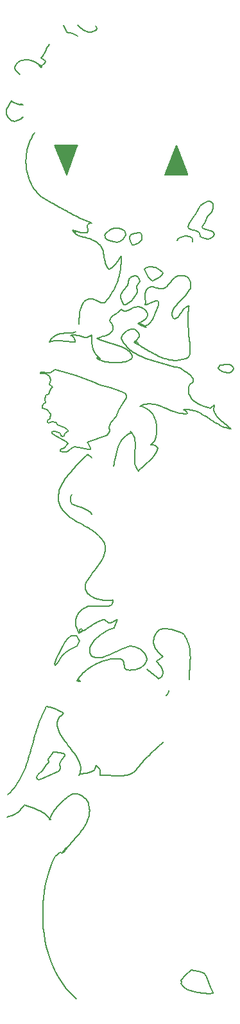
<source format=gbr>
%TF.GenerationSoftware,KiCad,Pcbnew,7.0.2-0*%
%TF.CreationDate,2023-06-28T16:36:39-04:00*%
%TF.ProjectId,Escanaba Euclidean Panel,45736361-6e61-4626-9120-4575636c6964,rev?*%
%TF.SameCoordinates,Original*%
%TF.FileFunction,Soldermask,Top*%
%TF.FilePolarity,Negative*%
%FSLAX46Y46*%
G04 Gerber Fmt 4.6, Leading zero omitted, Abs format (unit mm)*
G04 Created by KiCad (PCBNEW 7.0.2-0) date 2023-06-28 16:36:39*
%MOMM*%
%LPD*%
G01*
G04 APERTURE LIST*
%ADD10C,0.200000*%
%ADD11C,0.150000*%
G04 APERTURE END LIST*
D10*
X100852137Y-70073415D02*
X100895238Y-69810826D01*
X100897111Y-69584872D01*
X100885179Y-69342349D01*
X100870508Y-69090723D01*
X100864167Y-68837462D01*
X100877221Y-68590035D01*
X100920738Y-68355909D01*
X101005785Y-68142552D01*
X101143429Y-67957431D01*
X101344737Y-67808014D01*
X101427901Y-67767434D01*
X93269955Y-89780549D02*
X93057370Y-89987099D01*
X92839568Y-90198512D01*
X92617878Y-90414548D01*
X92393631Y-90634967D01*
X92168155Y-90859531D01*
X91942782Y-91088001D01*
X91718841Y-91320136D01*
X91497663Y-91555699D01*
X91280577Y-91794450D01*
X91068914Y-92036151D01*
X90864003Y-92280561D01*
X90667174Y-92527442D01*
X90479758Y-92776554D01*
X90303085Y-93027659D01*
X90138484Y-93280518D01*
X89987287Y-93534891D01*
X89850821Y-93790539D01*
X89730419Y-94047223D01*
X89627409Y-94304705D01*
X89543122Y-94562744D01*
X89478888Y-94821102D01*
X89436037Y-95079540D01*
X89415899Y-95337818D01*
X89419804Y-95595698D01*
X89449082Y-95852941D01*
X89505063Y-96109306D01*
X89589077Y-96364556D01*
X89702454Y-96618450D01*
X89846524Y-96870751D01*
X90022618Y-97121219D01*
X90232064Y-97369614D01*
X90476195Y-97615698D01*
X106680000Y-70192678D02*
X106638052Y-70407323D01*
X106603569Y-70622023D01*
X106575996Y-70836781D01*
X106554780Y-71051601D01*
X106539366Y-71266490D01*
X106529200Y-71481450D01*
X106523728Y-71696488D01*
X106522396Y-71911607D01*
X106524651Y-72126813D01*
X106529937Y-72342109D01*
X106537701Y-72557501D01*
X106547389Y-72772994D01*
X106558447Y-72988591D01*
X106570320Y-73204299D01*
X106582456Y-73420120D01*
X106594299Y-73636061D01*
X110032512Y-83251259D02*
X109952990Y-83491866D01*
X109923378Y-83725253D01*
X109939047Y-83951727D01*
X109995368Y-84171600D01*
X110087710Y-84385180D01*
X110211444Y-84592778D01*
X110361941Y-84794703D01*
X110534571Y-84991266D01*
X110724705Y-85182775D01*
X110927713Y-85369540D01*
X111138966Y-85551872D01*
X111353834Y-85730080D01*
X111567687Y-85904474D01*
X111775897Y-86075363D01*
X111973833Y-86243058D01*
X112156867Y-86407868D01*
X88258013Y-80512638D02*
X88420327Y-79953019D01*
X108152630Y-56999707D02*
X107577223Y-58095565D01*
X109135566Y-56397687D02*
X108607991Y-56685424D01*
X90554969Y-89407324D02*
X89985187Y-89473103D01*
X92152451Y-132003295D02*
X92261706Y-131747696D01*
X92327488Y-131490717D01*
X92353023Y-131232507D01*
X92341534Y-130973218D01*
X92296248Y-130712999D01*
X92220389Y-130452001D01*
X92117184Y-130190375D01*
X91989856Y-129928271D01*
X91841631Y-129665840D01*
X91675734Y-129403231D01*
X91495391Y-129140597D01*
X91303827Y-128878086D01*
X91104267Y-128615849D01*
X90899935Y-128354037D01*
X90694058Y-128092801D01*
X90489860Y-127832291D01*
X90290567Y-127572657D01*
X90099404Y-127314050D01*
X89919595Y-127056619D01*
X89754367Y-126800517D01*
X89606944Y-126545893D01*
X89480552Y-126292898D01*
X89378415Y-126041681D01*
X89303759Y-125792395D01*
X89259809Y-125545188D01*
X89249791Y-125300212D01*
X89276929Y-125057617D01*
X89344448Y-124817553D01*
X89455575Y-124580172D01*
X89613533Y-124345623D01*
X89821549Y-124114056D01*
X90082847Y-123885624D01*
X89700546Y-131066207D02*
X89612031Y-130483193D01*
X97723207Y-63594612D02*
X97723075Y-63804887D01*
X97719473Y-64014692D01*
X97712300Y-64223960D01*
X97701457Y-64432624D01*
X97686845Y-64640616D01*
X97668364Y-64847870D01*
X97645916Y-65054318D01*
X97619401Y-65259893D01*
X97588720Y-65464529D01*
X97553774Y-65668157D01*
X97514463Y-65870712D01*
X97470688Y-66072125D01*
X97422350Y-66272330D01*
X97369350Y-66471260D01*
X97311589Y-66668847D01*
X97248966Y-66865024D01*
X97181384Y-67059725D01*
X97108742Y-67252882D01*
X97030942Y-67444428D01*
X96947884Y-67634296D01*
X96859469Y-67822418D01*
X96765598Y-68008729D01*
X96666171Y-68193160D01*
X96561090Y-68375644D01*
X96450255Y-68556115D01*
X96333566Y-68734505D01*
X96210926Y-68910747D01*
X96082233Y-69084774D01*
X95947390Y-69256519D01*
X95806296Y-69425915D01*
X95658853Y-69592895D01*
X95504962Y-69757392D01*
X105640728Y-159288333D02*
X105610726Y-159483736D01*
X98010472Y-68202993D02*
X97635507Y-68822055D01*
X93269955Y-109803707D02*
X93060968Y-109895418D01*
X92855256Y-110006897D01*
X92656091Y-110137504D01*
X92466749Y-110286602D01*
X92290502Y-110453554D01*
X92130624Y-110637721D01*
X91990391Y-110838467D01*
X91873075Y-111055154D01*
X91781950Y-111287143D01*
X91720291Y-111533798D01*
X91691371Y-111794481D01*
X91698465Y-112068554D01*
X91744845Y-112355379D01*
X91833787Y-112654320D01*
X91968564Y-112964737D01*
X92152451Y-113285995D01*
X97431831Y-81407739D02*
X97865266Y-81567067D01*
X99560694Y-66226879D02*
X99169466Y-66289510D01*
X87830362Y-130653966D02*
X87280910Y-131415332D01*
X95504962Y-101533272D02*
X95584218Y-101854848D01*
X95615184Y-102167497D01*
X95601952Y-102472495D01*
X95548614Y-102771116D01*
X95459263Y-103064637D01*
X95337991Y-103354331D01*
X95188890Y-103641476D01*
X95016054Y-103927345D01*
X94823573Y-104213214D01*
X94615542Y-104500358D01*
X94396052Y-104790053D01*
X94169195Y-105083573D01*
X93939065Y-105382195D01*
X93709753Y-105687193D01*
X93485352Y-105999842D01*
X93269955Y-106321419D01*
X92175890Y-114292520D02*
X92009486Y-114713022D01*
X87892140Y-83887428D02*
X87314227Y-83674991D01*
X87134848Y-132531402D02*
X88615351Y-131837057D01*
X94340133Y-33276391D02*
X94450581Y-33443417D01*
X94479162Y-33677234D01*
X94370023Y-33879274D01*
X94195614Y-34013862D01*
X93963938Y-34109610D01*
X93749085Y-34153120D01*
X93634892Y-34162504D01*
X101282310Y-66446894D02*
X101651662Y-66857892D01*
X89612031Y-130483193D02*
X89812472Y-130006396D01*
X90666759Y-88347836D02*
X90628583Y-88264996D01*
X94946210Y-77157254D02*
X94729763Y-77146883D01*
X94529268Y-77105010D01*
X94516656Y-77033417D01*
X98890729Y-61645734D02*
X99119633Y-62142742D01*
X105835594Y-159841634D02*
X106056371Y-160060416D01*
X104589062Y-84107076D02*
X104345054Y-84008507D01*
X104090638Y-83901408D01*
X103827127Y-83789243D01*
X103555834Y-83675477D01*
X103278072Y-83563578D01*
X102995153Y-83457010D01*
X102708391Y-83359239D01*
X102419099Y-83273730D01*
X102128590Y-83203950D01*
X101838176Y-83153365D01*
X101549170Y-83125439D01*
X101262886Y-83123639D01*
X100980637Y-83151431D01*
X100703735Y-83212279D01*
X100433493Y-83309650D01*
X100171225Y-83447010D01*
X89653963Y-89144927D02*
X90147304Y-88913809D01*
X99872487Y-68336981D02*
X99779931Y-67614867D01*
X91273659Y-60221952D02*
X91454515Y-60318802D01*
X91638552Y-60420415D01*
X91711516Y-60462388D01*
X93828706Y-61486957D02*
X94028586Y-61571083D01*
X94209846Y-61660072D01*
X94520598Y-61851679D01*
X94769144Y-62059863D01*
X94963671Y-62282714D01*
X95112362Y-62518317D01*
X95223403Y-62764759D01*
X95304978Y-63020128D01*
X95365274Y-63282511D01*
X95412473Y-63549995D01*
X95454761Y-63820668D01*
X95500323Y-64092615D01*
X95557345Y-64363925D01*
X95634009Y-64632684D01*
X95738502Y-64896980D01*
X95879009Y-65154900D01*
X96063714Y-65404531D01*
X109295094Y-160838086D02*
X109792618Y-160745734D01*
X96398965Y-71714438D02*
X96564585Y-71538053D01*
X96731711Y-71412766D01*
X96918104Y-71294481D01*
X97113134Y-71176679D01*
X97306171Y-71052842D01*
X97486586Y-70916453D01*
X97643750Y-70760994D01*
X97739970Y-70627964D01*
X87123684Y-55828239D02*
X87333215Y-55950649D01*
X87542747Y-56072981D01*
X87752279Y-56195152D01*
X87961811Y-56317085D01*
X88171343Y-56438699D01*
X88380875Y-56559914D01*
X88590407Y-56680651D01*
X88799939Y-56800831D01*
X89009471Y-56920372D01*
X89219003Y-57039197D01*
X89428535Y-57157224D01*
X89638067Y-57274374D01*
X89847599Y-57390568D01*
X90057131Y-57505726D01*
X90266663Y-57619768D01*
X90476195Y-57732615D01*
X90685726Y-57844186D01*
X90895258Y-57954402D01*
X91104790Y-58063184D01*
X91314322Y-58170451D01*
X91523854Y-58276124D01*
X91733386Y-58380124D01*
X91942918Y-58482370D01*
X92152450Y-58582783D01*
X92361982Y-58681283D01*
X92571514Y-58777790D01*
X92781046Y-58872225D01*
X92990578Y-58964508D01*
X93200110Y-59054560D01*
X93409642Y-59142300D01*
X93619174Y-59227648D01*
X93828706Y-59310527D01*
X98598100Y-67524467D02*
X98010472Y-68202993D01*
X92061408Y-114044017D02*
X92175890Y-114292520D01*
X108979205Y-158588877D02*
X108754337Y-158230979D01*
X88906546Y-117356934D02*
X89171132Y-116628466D01*
X108092014Y-61037185D02*
X108274620Y-61173116D01*
X96059562Y-87027357D02*
X95850951Y-87225900D01*
X97413368Y-60001665D02*
X96805398Y-59984623D01*
X100594003Y-70537861D02*
X100775420Y-70678764D01*
X100920458Y-70821585D01*
X101072893Y-71037308D01*
X101151419Y-71251932D01*
X101160807Y-71462212D01*
X101105824Y-71664899D01*
X100991238Y-71856746D01*
X100821819Y-72034506D01*
X100602334Y-72194930D01*
X100337553Y-72334772D01*
X100138222Y-72414962D01*
X99922292Y-72483599D01*
X88420327Y-79953019D02*
X88191424Y-79456012D01*
X98029230Y-70067740D02*
X98314145Y-70034859D01*
X95850951Y-87225900D02*
X93269002Y-88134643D01*
X90225615Y-129470174D02*
X90255623Y-129274762D01*
X90056086Y-33235261D02*
X90213847Y-33512757D01*
X90333428Y-33732070D01*
X90456605Y-33967371D01*
X90552896Y-34143274D01*
X90760130Y-34238109D01*
X90977666Y-34276360D01*
X91240741Y-34352830D01*
X91476904Y-34439785D01*
X91769901Y-34563745D01*
X91939912Y-34641806D01*
X86556886Y-132318946D02*
X86599153Y-132540904D01*
X94387458Y-130697436D02*
X94368496Y-130922518D01*
X94275342Y-131191994D01*
X94116812Y-131391173D01*
X93906718Y-131532965D01*
X93658870Y-131630283D01*
X93387083Y-131696038D01*
X93105166Y-131743143D01*
X92826933Y-131784509D01*
X92566194Y-131833048D01*
X92336763Y-131901673D01*
X92152451Y-132003295D01*
X91908798Y-113712692D02*
X92061408Y-114044017D01*
X109103362Y-61408950D02*
X109494628Y-61346356D01*
X94002381Y-80215902D02*
X94907428Y-80617398D01*
X112567229Y-78439241D02*
X112418661Y-78247015D01*
X89118695Y-85508063D02*
X88544812Y-85434744D01*
X105242996Y-61366062D02*
X105106649Y-61591168D01*
X88589537Y-86964979D02*
X88585495Y-86825880D01*
X95812759Y-61477586D02*
X96318458Y-61663478D01*
X89343557Y-85865971D02*
X89118695Y-85508063D01*
X98298722Y-118074141D02*
X98156851Y-117875201D01*
X98106651Y-117625252D01*
X98089769Y-117422726D01*
X98059997Y-117221635D01*
X97952503Y-116978061D01*
X97785225Y-116830531D01*
X97512977Y-116727474D01*
X97259519Y-116689855D01*
X96938946Y-116681565D01*
X96543073Y-116706433D01*
X96314340Y-116732496D01*
X96063714Y-116768283D01*
X97739970Y-70627964D02*
X97881723Y-70785601D01*
X98100450Y-70909174D01*
X98327580Y-70922911D01*
X98564338Y-70855637D01*
X98811946Y-70736179D01*
X99071630Y-70593364D01*
X99252065Y-70499413D01*
X99438773Y-70416434D01*
X99632117Y-70352969D01*
X99832459Y-70317558D01*
X100040162Y-70318742D01*
X100255588Y-70365063D01*
X100479101Y-70465063D01*
X100594003Y-70537861D01*
X100171225Y-83447010D02*
X100384504Y-83470177D01*
X100587318Y-83513748D01*
X100779636Y-83576546D01*
X101132657Y-83755118D01*
X101443318Y-83996484D01*
X101711372Y-84291235D01*
X101829344Y-84455690D01*
X101936571Y-84629963D01*
X102033021Y-84812877D01*
X102118665Y-85003257D01*
X102193470Y-85199927D01*
X102257406Y-85401710D01*
X102310441Y-85607430D01*
X102352546Y-85815911D01*
X102383687Y-86025977D01*
X102403836Y-86236452D01*
X102412960Y-86446160D01*
X102411028Y-86653924D01*
X102398010Y-86858569D01*
X102373874Y-87058918D01*
X102292125Y-87442024D01*
X102165533Y-87793834D01*
X101993849Y-88104939D01*
X101776825Y-88365929D01*
X101651233Y-88474691D01*
X102287392Y-70952294D02*
X102378182Y-70735118D01*
X102460674Y-70539415D01*
X102542189Y-70322088D01*
X102606828Y-70099521D01*
X102638692Y-69888098D01*
X102608213Y-69664447D01*
X102470629Y-69515803D01*
X95520438Y-111556907D02*
X95702432Y-111672555D01*
X95847562Y-111832141D01*
X96002787Y-111966576D01*
X96063714Y-111980137D01*
X107238752Y-80204256D02*
X106680000Y-80639542D01*
X88398891Y-137881380D02*
X88221485Y-137776719D01*
X88266790Y-137839360D01*
X109494628Y-61346356D02*
X109809551Y-61118063D01*
X99050282Y-69548561D02*
X99774269Y-68644910D01*
X100363051Y-60673156D02*
X100146358Y-60593501D01*
X101028975Y-65115202D02*
X100786278Y-65370022D01*
X84299885Y-43640230D02*
X84564774Y-43650272D01*
X84771237Y-43694640D01*
X84550617Y-43747723D01*
X84350166Y-43725246D01*
X84104922Y-43668338D01*
X83826085Y-43568390D01*
X83627060Y-43473597D01*
X83421399Y-43353298D01*
X83212420Y-43204944D01*
X108412551Y-59778831D02*
X108787527Y-59159749D01*
X106527983Y-160302584D02*
X107752038Y-160614914D01*
X93403814Y-89078733D02*
X92039328Y-88852384D01*
X109473760Y-83686545D02*
X110032512Y-83251259D01*
X91690630Y-79366117D02*
X94002381Y-80215902D01*
X96273744Y-60133224D02*
X95716112Y-60616356D01*
X97643627Y-69100291D02*
X97914748Y-69819237D01*
X110530678Y-78447539D02*
X110679247Y-78639765D01*
X96275955Y-80982847D02*
X97431831Y-81407739D01*
X91866908Y-119614672D02*
X92106400Y-119645827D01*
X92322639Y-119638411D01*
X92205605Y-119463231D01*
X91971886Y-119546065D01*
X91866908Y-119614672D01*
X97909991Y-83097302D02*
X97398667Y-83941490D01*
X99922292Y-72483599D02*
X100098040Y-72625121D01*
X100283457Y-72753864D01*
X100479906Y-72866830D01*
X100688753Y-72961020D01*
X100911363Y-73033435D01*
X100988861Y-73052217D01*
X91764320Y-113659583D02*
X91908798Y-113712692D01*
X90136629Y-87327260D02*
X90268946Y-86963035D01*
X97181218Y-111544851D02*
X97082577Y-111743838D01*
X97021046Y-111945473D01*
X96970386Y-112147540D01*
X96904358Y-112347822D01*
X96796726Y-112544101D01*
X96747068Y-112608255D01*
X101092481Y-118074141D02*
X101301779Y-118237241D01*
X101509677Y-118399548D01*
X101714774Y-118560271D01*
X101915669Y-118718616D01*
X102110962Y-118873792D01*
X102299252Y-119025005D01*
X102479138Y-119171463D01*
X102649221Y-119312374D01*
X109530873Y-56474192D02*
X109314180Y-56394537D01*
X88538085Y-129193883D02*
X88094935Y-129925518D01*
X104465848Y-71651264D02*
X104558643Y-71830187D01*
X104770337Y-71957427D01*
X105012802Y-71840046D01*
X105211930Y-71636855D01*
X105351776Y-71464238D01*
X105496591Y-71272895D01*
X105645769Y-71072256D01*
X105798707Y-70871749D01*
X105954797Y-70680804D01*
X106113436Y-70508848D01*
X106274017Y-70365311D01*
X106517209Y-70223916D01*
X106680000Y-70192678D01*
X106596795Y-60005881D02*
X106851664Y-60168376D01*
X96063714Y-116768283D02*
X95749619Y-116855057D01*
X95436742Y-116952377D01*
X95126304Y-117060587D01*
X94819521Y-117180030D01*
X94517613Y-117311050D01*
X94221799Y-117453991D01*
X93933297Y-117609196D01*
X93653325Y-117777010D01*
X93383103Y-117957776D01*
X93123850Y-118151838D01*
X92876783Y-118359539D01*
X92643122Y-118581224D01*
X92424085Y-118817236D01*
X92220891Y-119067918D01*
X92034759Y-119333616D01*
X91866908Y-119614672D01*
X97914748Y-69819237D02*
X98029230Y-70067740D01*
X86659157Y-132150097D02*
X86556886Y-132318946D01*
X97109072Y-61816489D02*
X97428036Y-61727295D01*
X106952375Y-157706202D02*
X106220225Y-158331591D01*
X106851664Y-60168376D02*
X107642278Y-60321388D01*
X110769297Y-78053583D02*
X110560686Y-78252126D01*
X111367552Y-78961588D02*
X111762859Y-79038094D01*
X108708104Y-61332462D02*
X109103362Y-61408950D01*
X112430871Y-78664367D02*
X112567229Y-78439241D01*
X99922292Y-72483599D02*
X100163969Y-72674510D01*
X100392979Y-72796267D01*
X100609354Y-72855499D01*
X100813127Y-72858835D01*
X101095231Y-72773540D01*
X101267643Y-72666144D01*
X101427568Y-72526057D01*
X101575038Y-72359909D01*
X101710087Y-72174330D01*
X101832747Y-71975949D01*
X101943051Y-71771397D01*
X102041032Y-71567302D01*
X102126722Y-71370295D01*
X102232284Y-71102576D01*
X102287392Y-70952294D01*
X88008768Y-79320063D02*
X87609420Y-79104458D01*
X100786278Y-65370022D02*
X100862583Y-65535684D01*
X89696182Y-89366866D02*
X89653963Y-89144927D01*
X99779931Y-67614867D02*
X100154908Y-66995786D01*
X110679247Y-78639765D02*
X111006380Y-78828824D01*
X88653669Y-86713326D02*
X88904448Y-86736705D01*
X88241187Y-35805081D02*
X88055663Y-35987016D01*
X87909428Y-36199558D01*
X87789383Y-36432504D01*
X87682435Y-36675653D01*
X87575486Y-36918801D01*
X87455442Y-37151747D01*
X87309206Y-37364289D01*
X87123684Y-37546225D01*
X111658092Y-77898628D02*
X110769297Y-78053583D01*
X90724306Y-86648752D02*
X90575738Y-86456526D01*
X111006380Y-78828824D02*
X111367552Y-78961588D01*
X87314227Y-83674991D02*
X87271959Y-83453033D01*
X99416226Y-74980824D02*
X99622483Y-74816741D01*
X99809097Y-74647558D01*
X99956424Y-74468172D01*
X100044821Y-74273484D01*
X100054643Y-74058391D01*
X99966246Y-73817794D01*
X99823677Y-73617539D01*
X99606523Y-73397917D01*
X99416226Y-73239680D01*
X93654643Y-89102129D02*
X93403814Y-89078733D01*
X90628583Y-88264996D02*
X90407799Y-88046224D01*
X100108599Y-66634729D02*
X99849651Y-66333098D01*
X93828706Y-90215835D02*
X93269955Y-89780549D01*
X97919067Y-60187557D02*
X97413368Y-60001665D01*
X96318458Y-61663478D02*
X96786028Y-61766547D01*
X88953576Y-78635220D02*
X89888619Y-78841323D01*
X106121248Y-113721281D02*
X106311682Y-114052633D01*
X106466102Y-114392913D01*
X106587784Y-114740844D01*
X106680000Y-115095152D01*
X106746024Y-115454560D01*
X106789131Y-115817795D01*
X106812594Y-116183580D01*
X106819688Y-116550640D01*
X106813685Y-116917700D01*
X106797861Y-117283485D01*
X106775489Y-117646719D01*
X106749844Y-118006127D01*
X106724198Y-118360435D01*
X106701826Y-118708366D01*
X106686002Y-119048646D01*
X106680000Y-119380000D01*
X98840342Y-61145542D02*
X98810334Y-61340955D01*
X88982851Y-117522597D02*
X88906546Y-117356934D01*
X102340146Y-116943619D02*
X102537060Y-116855964D01*
X102731673Y-116759329D01*
X102914422Y-116650435D01*
X103075743Y-116526002D01*
X103224109Y-116356816D01*
X103240976Y-116330253D01*
X93828706Y-59310527D02*
X93564121Y-59334660D01*
X93328636Y-59448503D01*
X93238762Y-59630828D01*
X93240431Y-59853862D01*
X93279576Y-60089832D01*
X93302130Y-60310963D01*
X93212942Y-60534718D01*
X92986519Y-60613215D01*
X92729565Y-60607585D01*
X92369117Y-60545984D01*
X92145076Y-60491622D01*
X91889155Y-60420182D01*
X91599350Y-60330635D01*
X91273659Y-60221952D01*
X99174086Y-86956647D02*
X98837562Y-87018585D01*
X98535983Y-87141251D01*
X98267044Y-87317620D01*
X98028441Y-87540666D01*
X97817871Y-87803363D01*
X97633031Y-88098687D01*
X97471615Y-88419611D01*
X97331322Y-88759111D01*
X97209846Y-89110161D01*
X97104884Y-89465735D01*
X97014132Y-89818809D01*
X96935287Y-90162356D01*
X96866045Y-90489351D01*
X96804102Y-90792769D01*
X96747154Y-91065584D01*
X96692899Y-91300772D01*
X100146358Y-60593501D02*
X99967793Y-60596669D01*
X102244904Y-65149306D02*
X101526553Y-65022859D01*
X108274620Y-61173116D02*
X108708104Y-61332462D01*
X108007540Y-60593269D02*
X108092014Y-61037185D01*
X110492513Y-78364679D02*
X110530678Y-78447539D01*
X88585495Y-86825880D02*
X88653669Y-86713326D01*
X87370190Y-83145085D02*
X87757365Y-82943375D01*
X87123684Y-38852083D02*
X86989813Y-38657901D01*
X86932572Y-38458166D01*
X87149024Y-38517481D01*
X87251709Y-38700632D01*
X87123684Y-38852083D01*
X97865266Y-81567067D02*
X98192399Y-81756126D01*
X90268946Y-86963035D02*
X90656121Y-86761325D01*
X109449233Y-160000224D02*
X108979205Y-158588877D01*
X95504962Y-69757392D02*
X95270329Y-69828806D01*
X95063918Y-69785288D01*
X94834486Y-69687253D01*
X94584798Y-69560524D01*
X94317614Y-69430927D01*
X94131136Y-69355687D01*
X93938928Y-69298301D01*
X93641665Y-69262434D01*
X93438715Y-69283157D01*
X93232901Y-69348514D01*
X93025040Y-69466156D01*
X92815951Y-69643735D01*
X92711203Y-69757392D01*
X103679390Y-121543433D02*
X103777463Y-121353114D01*
X103871959Y-121170756D01*
X103963194Y-120989127D01*
X104019984Y-120866657D01*
X105557968Y-61137786D02*
X105242996Y-61366062D01*
X102899122Y-65527406D02*
X102244904Y-65149306D01*
X99416226Y-74980824D02*
X99607118Y-74915028D01*
X99806496Y-74959173D01*
X99952368Y-75101910D01*
X99758699Y-75201377D01*
X99574951Y-75096230D01*
X99416226Y-74980824D01*
X93828706Y-97615698D02*
X93635532Y-97396320D01*
X93411026Y-97216849D01*
X93162653Y-97070460D01*
X92897873Y-96950326D01*
X92624149Y-96849622D01*
X92348945Y-96761521D01*
X92079721Y-96679198D01*
X91823941Y-96595827D01*
X91589068Y-96504580D01*
X91382563Y-96398634D01*
X91211889Y-96271161D01*
X91084509Y-96115336D01*
X91007885Y-95924333D01*
X90989479Y-95691326D01*
X91036755Y-95409488D01*
X91157174Y-95071995D01*
X88266790Y-137839360D02*
X88373460Y-137568288D01*
X88492971Y-137310678D01*
X88624465Y-137065632D01*
X88767087Y-136832252D01*
X88919981Y-136609641D01*
X89082291Y-136396902D01*
X89253161Y-136193136D01*
X89431735Y-135997448D01*
X89617157Y-135808938D01*
X89808570Y-135626711D01*
X90005120Y-135449868D01*
X90205949Y-135277512D01*
X90410202Y-135108746D01*
X90617024Y-134942672D01*
X90825557Y-134778392D01*
X91034947Y-134615011D01*
X93785161Y-74012162D02*
X93711779Y-74225296D01*
X93785161Y-74012162D01*
X109716946Y-60395932D02*
X108671511Y-60080443D01*
X109860792Y-160633181D02*
X109449233Y-160000224D01*
X102768737Y-112850709D02*
X102990546Y-112783970D01*
X103233636Y-112745288D01*
X103493095Y-112732110D01*
X103764013Y-112741887D01*
X104041479Y-112772068D01*
X104320583Y-112820102D01*
X104596412Y-112883440D01*
X104864056Y-112959530D01*
X105118605Y-113045822D01*
X105355146Y-113139766D01*
X105568771Y-113238810D01*
X105754567Y-113340405D01*
X105970340Y-113492001D01*
X106114802Y-113679250D01*
X106121248Y-113721281D01*
X103240976Y-116330253D02*
X102961413Y-116157726D01*
X102718419Y-115967286D01*
X102511300Y-115761487D01*
X102339366Y-115542883D01*
X102201925Y-115314029D01*
X102098284Y-115077479D01*
X102027753Y-114835787D01*
X101989638Y-114591510D01*
X101983250Y-114347199D01*
X102007895Y-114105412D01*
X102062882Y-113868701D01*
X102147519Y-113639622D01*
X102261115Y-113420728D01*
X102402978Y-113214575D01*
X102572416Y-113023717D01*
X102768737Y-112850709D01*
X91122274Y-113698798D02*
X91764320Y-113659583D01*
X98870388Y-60950166D02*
X98840342Y-61145542D01*
X99849651Y-66333098D02*
X99560694Y-66226879D01*
X96622466Y-108933135D02*
X96608193Y-109155746D01*
X96548103Y-109388585D01*
X96416207Y-109591165D01*
X96233157Y-109714040D01*
X96011740Y-109777139D01*
X95764745Y-109800386D01*
X95557327Y-109803680D01*
X95504962Y-109803707D01*
X88882583Y-87210314D02*
X88589537Y-86964979D01*
X88179372Y-130369396D02*
X87830362Y-130653966D01*
X91034947Y-74110252D02*
X91311267Y-74048224D01*
X91584845Y-74046574D01*
X91855305Y-74088185D01*
X92122273Y-74155941D01*
X92385375Y-74232726D01*
X92644235Y-74301424D01*
X92898480Y-74344918D01*
X93147733Y-74346093D01*
X93391621Y-74287831D01*
X93629769Y-74153018D01*
X93785161Y-74012162D01*
X103059901Y-66136984D02*
X103196248Y-65911878D01*
X91034947Y-134615011D02*
X91268487Y-134491736D01*
X91470141Y-134449772D01*
X91688370Y-134448696D01*
X91917648Y-134486356D01*
X92152451Y-134560600D01*
X92387253Y-134669275D01*
X92616531Y-134810230D01*
X92834760Y-134981313D01*
X93036414Y-135180372D01*
X93215969Y-135405255D01*
X93269955Y-135485583D01*
X96630471Y-72926076D02*
X96563678Y-72704941D01*
X96450011Y-72505736D01*
X96312764Y-72332857D01*
X96223303Y-72144508D01*
X96272177Y-71924031D01*
X96398965Y-71714438D01*
X108607991Y-56685424D02*
X108152630Y-56999707D01*
X88371872Y-84407831D02*
X87892140Y-83887428D01*
X92009486Y-114713022D02*
X91941312Y-114825575D01*
X94946210Y-132003295D02*
X94944078Y-131799254D01*
X94929158Y-131595213D01*
X94888660Y-131391173D01*
X94809795Y-131187132D01*
X94679776Y-130983092D01*
X94530334Y-130819860D01*
X94387458Y-130697436D01*
X112156867Y-86407868D02*
X111941881Y-86369812D01*
X111731964Y-86320741D01*
X111526741Y-86261486D01*
X111325837Y-86192877D01*
X111128880Y-86115744D01*
X110935495Y-86030918D01*
X110745307Y-85939230D01*
X110557943Y-85841510D01*
X110373029Y-85738588D01*
X110190191Y-85631295D01*
X110009055Y-85520461D01*
X109829246Y-85406918D01*
X109650391Y-85291494D01*
X109472116Y-85175021D01*
X109294046Y-85058330D01*
X109115808Y-84942250D01*
X108937028Y-84827612D01*
X108757331Y-84715247D01*
X108576343Y-84605985D01*
X108393691Y-84500656D01*
X108209001Y-84400092D01*
X108021898Y-84305122D01*
X107832008Y-84216577D01*
X107638957Y-84135287D01*
X107442372Y-84062084D01*
X107241878Y-83997797D01*
X107037101Y-83943256D01*
X106827668Y-83899294D01*
X106613204Y-83866738D01*
X106393334Y-83846422D01*
X106167686Y-83839173D01*
X105935886Y-83845825D01*
X106220225Y-158331591D02*
X105598510Y-159066393D01*
X103327489Y-127650434D02*
X103019602Y-127895282D01*
X102723993Y-128140130D01*
X102439842Y-128384979D01*
X102166332Y-128629827D01*
X101902644Y-128874675D01*
X101647959Y-129119524D01*
X101401458Y-129364372D01*
X101162325Y-129609221D01*
X100929739Y-129854069D01*
X100702882Y-130098917D01*
X100480937Y-130343766D01*
X100263083Y-130588614D01*
X100048504Y-130833462D01*
X99836380Y-131078311D01*
X99625894Y-131323159D01*
X99416226Y-131568008D01*
X97849298Y-61469308D02*
X98296539Y-60876790D01*
X91218891Y-88894480D02*
X90801719Y-89291584D01*
X92039328Y-88852384D02*
X91537708Y-88805628D01*
X87271959Y-83453033D02*
X87370190Y-83145085D01*
X100443447Y-60977936D02*
X100363051Y-60673156D01*
X89877272Y-116337562D02*
X89331861Y-117238027D01*
X107232255Y-58519234D02*
X106959550Y-58969467D01*
X87609420Y-79104458D02*
X87073676Y-79113942D01*
X103271614Y-67898720D02*
X103529640Y-67791940D01*
X103743479Y-67644900D01*
X103924678Y-67468019D01*
X104084788Y-67271719D01*
X104235357Y-67066419D01*
X104387935Y-66862541D01*
X104554069Y-66670503D01*
X104745309Y-66500727D01*
X104973204Y-66363633D01*
X105249303Y-66269641D01*
X105465853Y-66236072D01*
X84329924Y-37981511D02*
X84123665Y-38145593D01*
X83937051Y-38314776D01*
X83789724Y-38494162D01*
X83701328Y-38688850D01*
X83691506Y-38903943D01*
X83779902Y-39144540D01*
X83922472Y-39344795D01*
X84139626Y-39564417D01*
X84329924Y-39722655D01*
X97398667Y-83941490D02*
X97065958Y-84782529D01*
X101427901Y-67767434D02*
X101673399Y-67695515D01*
X101889753Y-67694647D01*
X102089386Y-67741923D01*
X102284724Y-67814435D01*
X102488191Y-67889278D01*
X102712212Y-67943544D01*
X102969211Y-67954327D01*
X103191077Y-67920098D01*
X103271614Y-67898720D01*
X90407799Y-88046224D02*
X89647231Y-87697837D01*
X105935886Y-83845825D02*
X106176004Y-84016685D01*
X106334850Y-84154360D01*
X106441323Y-84340941D01*
X106262427Y-84435523D01*
X106037597Y-84434503D01*
X105758266Y-84401276D01*
X105555350Y-84365725D01*
X105348587Y-84322599D01*
X105146126Y-84274594D01*
X104868330Y-84199336D01*
X104646059Y-84128264D01*
X104589062Y-84107076D01*
X105610726Y-159483736D02*
X105835594Y-159841634D01*
X97739970Y-74545538D02*
X97852801Y-74784089D01*
X97981286Y-75010367D01*
X98124708Y-75224848D01*
X98282352Y-75428012D01*
X98453500Y-75620336D01*
X98637438Y-75802298D01*
X98833447Y-75974378D01*
X99040814Y-76137052D01*
X99258821Y-76290800D01*
X99486751Y-76436099D01*
X99723890Y-76573427D01*
X99969521Y-76703264D01*
X100222927Y-76826087D01*
X100483392Y-76942374D01*
X100750201Y-77052603D01*
X101022637Y-77157254D01*
X101299984Y-77256803D01*
X101581525Y-77351729D01*
X101866545Y-77442511D01*
X102154328Y-77529627D01*
X102444157Y-77613555D01*
X102735315Y-77694772D01*
X103027088Y-77773758D01*
X103318758Y-77850991D01*
X103609610Y-77926948D01*
X103898927Y-78002108D01*
X104185993Y-78076949D01*
X104470093Y-78151950D01*
X104750509Y-78227588D01*
X105026526Y-78304343D01*
X105297427Y-78382691D01*
X105562497Y-78463112D01*
X87073676Y-79113942D02*
X87035548Y-79031120D01*
X103196248Y-65911878D02*
X103119954Y-65746196D01*
X94516656Y-77033417D02*
X94682028Y-77210315D01*
X94881075Y-77349226D01*
X95108244Y-77454969D01*
X95357982Y-77532366D01*
X95624733Y-77586239D01*
X95902946Y-77621408D01*
X96187066Y-77642695D01*
X96471540Y-77654921D01*
X96750814Y-77662906D01*
X97019335Y-77671473D01*
X97189633Y-77679889D01*
X88904448Y-86736705D02*
X89516509Y-86892864D01*
X90890253Y-115540166D02*
X90294455Y-115940439D01*
X98192399Y-81756126D02*
X98379096Y-82031175D01*
X90082847Y-123885624D02*
X89911454Y-123762966D01*
X89715373Y-123641433D01*
X89500301Y-123523415D01*
X89271935Y-123411300D01*
X89035972Y-123307477D01*
X88798111Y-123214335D01*
X88564047Y-123134263D01*
X88339479Y-123069649D01*
X88130104Y-123022883D01*
X87884418Y-122992421D01*
X87830383Y-122991091D01*
X86309570Y-47354626D02*
X86178962Y-47542587D01*
X86053863Y-47741509D01*
X85934727Y-47950793D01*
X85822011Y-48169838D01*
X85716171Y-48398043D01*
X85617662Y-48634808D01*
X85526940Y-48879532D01*
X85444463Y-49131616D01*
X85370685Y-49390458D01*
X85306062Y-49655458D01*
X85251051Y-49926016D01*
X85206108Y-50201532D01*
X85171688Y-50481404D01*
X85148248Y-50765033D01*
X85136244Y-51051818D01*
X85136131Y-51341159D01*
X85148366Y-51632455D01*
X85173405Y-51925106D01*
X85211703Y-52218511D01*
X85263716Y-52512070D01*
X85329902Y-52805183D01*
X85410715Y-53097249D01*
X85506611Y-53387668D01*
X85618047Y-53675839D01*
X85745479Y-53961161D01*
X85889363Y-54243036D01*
X86050154Y-54520861D01*
X86228308Y-54794037D01*
X86424283Y-55061963D01*
X86638533Y-55324039D01*
X86871514Y-55579664D01*
X87123684Y-55828239D01*
X109643759Y-57891893D02*
X109806084Y-57332256D01*
X82637078Y-137511026D02*
X82921475Y-137447106D01*
X83195105Y-137360656D01*
X83456444Y-137253376D01*
X83703970Y-137126966D01*
X83936158Y-136983126D01*
X84151486Y-136823557D01*
X84348432Y-136649958D01*
X84525471Y-136464029D01*
X84681082Y-136267470D01*
X84813740Y-136061982D01*
X84888676Y-135920869D01*
X99119633Y-62142742D02*
X99370461Y-62166138D01*
X100904838Y-65757661D02*
X101282310Y-66446894D01*
X87975030Y-85500522D02*
X88005026Y-85305129D01*
X91593699Y-74980824D02*
X91589962Y-74775126D01*
X91545496Y-74578881D01*
X91435058Y-74374059D01*
X91284130Y-74229623D01*
X91075659Y-74123557D01*
X91034947Y-74110252D01*
X90801719Y-89291584D02*
X90554969Y-89407324D01*
X87604718Y-82612012D02*
X87728903Y-81969572D01*
X101651233Y-88474691D02*
X101869022Y-88511650D01*
X102200704Y-88621930D01*
X102405719Y-88775529D01*
X102498304Y-88966254D01*
X102492695Y-89187912D01*
X102403128Y-89434308D01*
X102243839Y-89699249D01*
X102029064Y-89976541D01*
X101773039Y-90259991D01*
X101490001Y-90543406D01*
X101342800Y-90683164D01*
X101194185Y-90820591D01*
X101045934Y-90954912D01*
X100757645Y-91211139D01*
X100492168Y-91445654D01*
X100263741Y-91652260D01*
X100086598Y-91824767D01*
X99974977Y-91956979D01*
X99416226Y-131568008D02*
X99200282Y-131716362D01*
X98972061Y-131836661D01*
X98732382Y-131931455D01*
X98482062Y-132003294D01*
X98221920Y-132054729D01*
X97952775Y-132088311D01*
X97675446Y-132106590D01*
X97390750Y-132112116D01*
X97099505Y-132107440D01*
X96802532Y-132095113D01*
X96500648Y-132077684D01*
X96194671Y-132057705D01*
X95885420Y-132037726D01*
X95573714Y-132020298D01*
X95260371Y-132007970D01*
X94946210Y-132003295D01*
X97635507Y-68822055D02*
X97643627Y-69100291D01*
X112418661Y-78247015D02*
X112270141Y-78054807D01*
X98589561Y-76073061D02*
X98375715Y-75926913D01*
X98147851Y-75795543D01*
X97907739Y-75677101D01*
X97657150Y-75569740D01*
X97397855Y-75471612D01*
X97131626Y-75380870D01*
X96860234Y-75295664D01*
X96585448Y-75214148D01*
X96309041Y-75134474D01*
X96032784Y-75054794D01*
X95758447Y-74973259D01*
X95487802Y-74888023D01*
X95222619Y-74797237D01*
X94964669Y-74699053D01*
X94715725Y-74591624D01*
X94477556Y-74473102D01*
X90147304Y-88913809D02*
X90666759Y-88347836D01*
X94907428Y-80617398D02*
X96275955Y-80982847D01*
X91711516Y-60462388D02*
X91531298Y-60365404D01*
X91346614Y-60266773D01*
X91273659Y-60221952D01*
X89571359Y-129092037D02*
X89031574Y-128962422D01*
D11*
X106407827Y-52823727D02*
X106470352Y-52941557D01*
X103449025Y-52950533D01*
X105012963Y-49019554D01*
X106407827Y-52823727D01*
G36*
X106407827Y-52823727D02*
G01*
X106470352Y-52941557D01*
X103449025Y-52950533D01*
X105012963Y-49019554D01*
X106407827Y-52823727D01*
G37*
D10*
X90575738Y-86456526D02*
X90210476Y-86184645D01*
X90476195Y-97615698D02*
X90704552Y-97850981D01*
X90967285Y-98069687D01*
X91259484Y-98275640D01*
X91576237Y-98472667D01*
X91912634Y-98664592D01*
X92263764Y-98855242D01*
X92443319Y-98951285D01*
X92624716Y-99048443D01*
X92807340Y-99147195D01*
X92990578Y-99248020D01*
X93173816Y-99351395D01*
X93356440Y-99457799D01*
X93537837Y-99567710D01*
X93717392Y-99681606D01*
X93894491Y-99799965D01*
X94068522Y-99923266D01*
X94238869Y-100051987D01*
X94404919Y-100186605D01*
X94566058Y-100327600D01*
X94721672Y-100475450D01*
X94871148Y-100630632D01*
X95013871Y-100793625D01*
X95149228Y-100964908D01*
X95276604Y-101144957D01*
X95395387Y-101334252D01*
X95504962Y-101533272D01*
X101092481Y-116768283D02*
X101050124Y-117012055D01*
X100930421Y-117249371D01*
X100744420Y-117473776D01*
X100589045Y-117613017D01*
X100412389Y-117741738D01*
X100217726Y-117858025D01*
X100008330Y-117959966D01*
X99787476Y-118045647D01*
X99558437Y-118113155D01*
X99324487Y-118160579D01*
X99088900Y-118186004D01*
X98854950Y-118187518D01*
X98625911Y-118163209D01*
X98405056Y-118111163D01*
X98298722Y-118074141D01*
X89885318Y-142281121D02*
X90065997Y-142173013D01*
X90231001Y-142044804D01*
X90365441Y-141885366D01*
X90490164Y-141694413D01*
X90508517Y-141665585D01*
X91941312Y-114825575D02*
X91839041Y-114994424D01*
X98820418Y-66574043D02*
X98752233Y-66686615D01*
X99151213Y-60778169D02*
X98870388Y-60950166D01*
X98314145Y-70034859D02*
X99050282Y-69548561D01*
X98752233Y-66686615D02*
X98598100Y-67524467D01*
X84888676Y-135920869D02*
X85136180Y-136006910D01*
X85386060Y-136094143D01*
X85637002Y-136183356D01*
X85887694Y-136275336D01*
X86136824Y-136370869D01*
X86383080Y-136470742D01*
X86625150Y-136575744D01*
X86861722Y-136686660D01*
X87091483Y-136804279D01*
X87313121Y-136929386D01*
X87525325Y-137062770D01*
X87726781Y-137205217D01*
X87916178Y-137357514D01*
X88092203Y-137520449D01*
X88253545Y-137694809D01*
X88398891Y-137881380D01*
X98296539Y-60876790D02*
X98212053Y-60432893D01*
X90294455Y-115940439D02*
X89877272Y-116337562D01*
X90508517Y-141665585D02*
X90327859Y-141781372D01*
X90162559Y-141922497D01*
X90025633Y-142078974D01*
X89900866Y-142257036D01*
X89885318Y-142281122D01*
X109018014Y-58487577D02*
X109643759Y-57891893D01*
X106959550Y-58969467D02*
X106648716Y-59336877D01*
X102817192Y-66391823D02*
X103059901Y-66136984D01*
X89647231Y-87697837D02*
X88882583Y-87210314D01*
X99774269Y-68644910D02*
X99872487Y-68336981D01*
X88525093Y-81092485D02*
X88627353Y-80923655D01*
D11*
X91954351Y-49060608D02*
X91891826Y-49178438D01*
X90496962Y-52982611D01*
X88933024Y-49051632D01*
X91954351Y-49060608D01*
G36*
X91954351Y-49060608D02*
G01*
X91891826Y-49178438D01*
X90496962Y-52982611D01*
X88933024Y-49051632D01*
X91954351Y-49060608D01*
G37*
D10*
X102470629Y-69515803D02*
X102246088Y-69552771D01*
X102025375Y-69628514D01*
X101834780Y-69700811D01*
X101634362Y-69779909D01*
X101434612Y-69859980D01*
X101246023Y-69935194D01*
X101030065Y-70017852D01*
X100852137Y-70073415D01*
X105562497Y-78463112D02*
X105732997Y-78585894D01*
X105924675Y-78710829D01*
X106129245Y-78840068D01*
X106338419Y-78975763D01*
X106543910Y-79120066D01*
X106737430Y-79275128D01*
X106910693Y-79443103D01*
X107055411Y-79626141D01*
X107163297Y-79826396D01*
X107226065Y-80046018D01*
X107238752Y-80204256D01*
X88544812Y-85434744D02*
X88157636Y-85636454D01*
X102649221Y-119312374D02*
X102748614Y-119119068D01*
X102649221Y-119312374D01*
X88282434Y-81347342D02*
X88525093Y-81092485D01*
X92711203Y-69757392D02*
X92568325Y-70012808D01*
X92452147Y-70285724D01*
X92359902Y-70570684D01*
X92310336Y-70764655D01*
X92251833Y-71057568D01*
X92209886Y-71347978D01*
X92181730Y-71630430D01*
X92164598Y-71899470D01*
X92155725Y-72149643D01*
X92152344Y-72375493D01*
X92151689Y-72571566D01*
X102649221Y-119312374D02*
X102861955Y-119194887D01*
X103021917Y-119066446D01*
X103173145Y-118856470D01*
X103231950Y-118630139D01*
X103214122Y-118392428D01*
X103135450Y-118148314D01*
X103011724Y-117902771D01*
X102858734Y-117660775D01*
X102692270Y-117427301D01*
X102528120Y-117207325D01*
X102382075Y-117005821D01*
X102340146Y-116943619D01*
X93785161Y-74012162D02*
X93793098Y-74269281D01*
X93801716Y-74514682D01*
X93812715Y-74749144D01*
X93827796Y-74973449D01*
X93848659Y-75188378D01*
X93877005Y-75394712D01*
X93914535Y-75593234D01*
X93991771Y-75878076D01*
X94099237Y-76149733D01*
X94242674Y-76410842D01*
X94361117Y-76580357D01*
X94499799Y-76747138D01*
X94660420Y-76911966D01*
X94844682Y-77075621D01*
X94946210Y-77157254D01*
X96786028Y-61766547D02*
X97109072Y-61816489D01*
X95504962Y-109803707D02*
X95271421Y-109803707D01*
X95069767Y-109803707D01*
X94851538Y-109803707D01*
X94622260Y-109803707D01*
X94387458Y-109803707D01*
X94152655Y-109803707D01*
X93923377Y-109803707D01*
X93705149Y-109803707D01*
X93503495Y-109803707D01*
X93269955Y-109803707D01*
X88013158Y-85583345D02*
X87975030Y-85500522D01*
X99967793Y-60596669D02*
X99151213Y-60778169D01*
X95716112Y-60616356D02*
X95545679Y-60897739D01*
X87682435Y-37981511D02*
X87630870Y-38186188D01*
X87480713Y-38354867D01*
X87300476Y-38500113D01*
X87160345Y-38676603D01*
X87123684Y-38852083D01*
X106648716Y-59336877D02*
X106584584Y-59588529D01*
X107147278Y-61722007D02*
X107100970Y-61360950D01*
X98810334Y-61340955D02*
X98890729Y-61645734D01*
X83212420Y-43204944D02*
X83056652Y-43449792D01*
X82909171Y-43694640D01*
X82778265Y-43939489D01*
X82672220Y-44184337D01*
X82599324Y-44429185D01*
X82567863Y-44674034D01*
X82586125Y-44918882D01*
X82662398Y-45163731D01*
X82804968Y-45408579D01*
X82940938Y-45571811D01*
X83112513Y-45735043D01*
X83212420Y-45816660D01*
X100988861Y-73052217D02*
X100855226Y-72897493D01*
X100684748Y-72766139D01*
X100483026Y-72657106D01*
X100295097Y-72582537D01*
X100092600Y-72522133D01*
X99922292Y-72483599D01*
X99370461Y-62166138D02*
X99970300Y-61904964D01*
X98387216Y-82309410D02*
X97909991Y-83097302D01*
X89888619Y-78841323D02*
X91690630Y-79366117D01*
X83212420Y-45816660D02*
X83421399Y-45874005D01*
X83627060Y-45887744D01*
X83826085Y-45865281D01*
X84104922Y-45779904D01*
X84350166Y-45654721D01*
X84550617Y-45514720D01*
X84728854Y-45348191D01*
X84489058Y-45467048D01*
X84299885Y-45647729D01*
X99970300Y-61904964D02*
X100387483Y-61507841D01*
X106520490Y-59840219D02*
X106596795Y-60005881D01*
X111981135Y-77948570D02*
X111658092Y-77898628D01*
X89602327Y-131374136D02*
X89700546Y-131066207D01*
X108488856Y-59944493D02*
X108412551Y-59778831D01*
X107642278Y-60321388D02*
X107897148Y-60483883D01*
X93828706Y-116332997D02*
X94050924Y-116466579D01*
X94296879Y-116544688D01*
X94564114Y-116573063D01*
X94850174Y-116557441D01*
X95152604Y-116503561D01*
X95468948Y-116417163D01*
X95796751Y-116303985D01*
X96133558Y-116169764D01*
X96476912Y-116020241D01*
X96824358Y-115861153D01*
X97173442Y-115698240D01*
X97521707Y-115537239D01*
X97866698Y-115383890D01*
X98205960Y-115243931D01*
X98537037Y-115123101D01*
X98857474Y-115027139D01*
X87757365Y-82943375D02*
X87604718Y-82612012D01*
X98379096Y-82031175D02*
X98387216Y-82309410D01*
X89171132Y-116628466D02*
X90287907Y-114493044D01*
X112294524Y-78889474D02*
X112430871Y-78664367D01*
X100862583Y-65535684D02*
X100904838Y-65757661D01*
X88615351Y-131837057D02*
X89427841Y-131516440D01*
X88357767Y-79035512D02*
X88953576Y-78635220D01*
X99416226Y-73239680D02*
X99183776Y-73260084D01*
X98986879Y-73302167D01*
X98779854Y-73367205D01*
X98570987Y-73455197D01*
X98368566Y-73566144D01*
X98180877Y-73700045D01*
X98016208Y-73856901D01*
X97882846Y-74036712D01*
X97789079Y-74239477D01*
X97743192Y-74465197D01*
X97739970Y-74545538D01*
X106807923Y-61115615D02*
X106195923Y-60959454D01*
X98212053Y-60432893D02*
X97919067Y-60187557D01*
X106056371Y-160060416D02*
X106527983Y-160302584D01*
X95591976Y-61258814D02*
X95812759Y-61477586D01*
X89996241Y-87413267D02*
X90136629Y-87327260D01*
X95587897Y-61119678D02*
X95591976Y-61258814D01*
X98912234Y-86723875D02*
X99068837Y-86859354D01*
X99174086Y-86956647D01*
X106121248Y-77157254D02*
X105911716Y-77231311D01*
X105702184Y-77290624D01*
X105492652Y-77335749D01*
X105283120Y-77367245D01*
X105073588Y-77385670D01*
X104864056Y-77391581D01*
X104654524Y-77385537D01*
X104444992Y-77368095D01*
X104235460Y-77339814D01*
X104025928Y-77301251D01*
X103816396Y-77252964D01*
X103606864Y-77195511D01*
X103397332Y-77129450D01*
X103187800Y-77055340D01*
X102978268Y-76973737D01*
X102768737Y-76885200D01*
X102559205Y-76790286D01*
X102349673Y-76689555D01*
X102140141Y-76583563D01*
X101930609Y-76472868D01*
X101721077Y-76358029D01*
X101511545Y-76239603D01*
X101302013Y-76118149D01*
X101092481Y-75994224D01*
X100882949Y-75868386D01*
X100673417Y-75741192D01*
X100463885Y-75613202D01*
X100254353Y-75484973D01*
X100044821Y-75357063D01*
X99835289Y-75230029D01*
X99625757Y-75104430D01*
X99416226Y-74980824D01*
X96337892Y-85547044D02*
X96141492Y-86162940D01*
X107752038Y-160614914D02*
X109295094Y-160838086D01*
X106584584Y-59588529D02*
X106520490Y-59840219D01*
X90287907Y-114493044D02*
X90701000Y-113956804D01*
X96063714Y-111980137D02*
X96277900Y-111935609D01*
X96497188Y-111858774D01*
X96715053Y-111763302D01*
X96924970Y-111662864D01*
X97120414Y-111571131D01*
X97181218Y-111544851D01*
X107849290Y-157829483D02*
X107381769Y-157726431D01*
X111762859Y-79038094D02*
X112047774Y-79005213D01*
X88746696Y-128995340D02*
X88538085Y-129193883D01*
X88627353Y-80923655D02*
X88258013Y-80512638D01*
X88188305Y-81794388D02*
X88282434Y-81347342D01*
X98888592Y-66461489D02*
X98820418Y-66574043D01*
X88094935Y-129925518D02*
X88179372Y-130369396D01*
X106195923Y-60959454D02*
X105557968Y-61137786D01*
X93634892Y-34162504D02*
X93429834Y-34155035D01*
X93175448Y-34098829D01*
X92940707Y-33999596D01*
X92723324Y-33868054D01*
X92521010Y-33714925D01*
X92331477Y-33550928D01*
X92152438Y-33386784D01*
X91981606Y-33233213D01*
X91939912Y-33197729D01*
X106594299Y-73636061D02*
X106615386Y-73897215D01*
X106644413Y-74173456D01*
X106678230Y-74460376D01*
X106713688Y-74753569D01*
X106747641Y-75048628D01*
X106776938Y-75341148D01*
X106798432Y-75626722D01*
X106808975Y-75900943D01*
X106805417Y-76159405D01*
X106784611Y-76397702D01*
X106743409Y-76611427D01*
X106636473Y-76876304D01*
X106465935Y-77061109D01*
X106221168Y-77150969D01*
X106121248Y-77157254D01*
X91688979Y-73599810D02*
X91536393Y-73734289D01*
X91290713Y-73778330D01*
X91077981Y-73791601D01*
X90834524Y-73798824D01*
X90567568Y-73805848D01*
X90284341Y-73818521D01*
X89992070Y-73842691D01*
X89697980Y-73884209D01*
X89409300Y-73948921D01*
X89133255Y-74042678D01*
X88877072Y-74171328D01*
X88647979Y-74340719D01*
X88453201Y-74556700D01*
X88299967Y-74825121D01*
X88241187Y-74980824D01*
X109865514Y-60588158D02*
X109716946Y-60395932D01*
X93269955Y-106321419D02*
X93098891Y-106642463D01*
X93001492Y-106951393D01*
X92972845Y-107246295D01*
X93008039Y-107525256D01*
X93102165Y-107786364D01*
X93250311Y-108027706D01*
X93447565Y-108247368D01*
X93689018Y-108443438D01*
X93969758Y-108614003D01*
X94284874Y-108757150D01*
X94629456Y-108870966D01*
X94998593Y-108953539D01*
X95387373Y-109002955D01*
X95587594Y-109014631D01*
X95790885Y-109017301D01*
X95996632Y-109010726D01*
X96204220Y-108994665D01*
X96413036Y-108968881D01*
X96622466Y-108933135D01*
X89427841Y-131516440D02*
X89602327Y-131374136D01*
X89031574Y-128962422D02*
X88746696Y-128995340D01*
X90255623Y-129274762D02*
X90000753Y-129112266D01*
X96063714Y-65404531D02*
X96293372Y-65283796D01*
X96498606Y-65145818D01*
X96682565Y-64993061D01*
X96848398Y-64827988D01*
X96999253Y-64653062D01*
X97138280Y-64470747D01*
X97268629Y-64283505D01*
X97393446Y-64093800D01*
X97515883Y-63904095D01*
X97639088Y-63716854D01*
X97723207Y-63594612D01*
X96141492Y-86162940D02*
X96157743Y-86719391D01*
X89331861Y-117238027D02*
X88982851Y-117522597D01*
X101526553Y-65022859D02*
X101028975Y-65115202D01*
X89516509Y-86892864D02*
X89699153Y-87028833D01*
X94477556Y-74473102D02*
X94676908Y-74415222D01*
X94879502Y-74357856D01*
X95082791Y-74299785D01*
X95284229Y-74239789D01*
X95481270Y-74176651D01*
X95671370Y-74109150D01*
X95937933Y-73997054D01*
X96174557Y-73868287D01*
X96372648Y-73718735D01*
X96523616Y-73544285D01*
X96618867Y-73340823D01*
X96649811Y-73104235D01*
X96630471Y-72926076D01*
X106680000Y-80639542D02*
X106600879Y-80955910D01*
X106570868Y-81252513D01*
X106586692Y-81529987D01*
X106645078Y-81788969D01*
X106742750Y-82030098D01*
X106876436Y-82254011D01*
X107042861Y-82461346D01*
X107238752Y-82652740D01*
X107460834Y-82828831D01*
X107705833Y-82990257D01*
X107970477Y-83137655D01*
X108251490Y-83271663D01*
X108545598Y-83392918D01*
X108849529Y-83502058D01*
X109160007Y-83599721D01*
X109473760Y-83686545D01*
X87035548Y-79031120D02*
X87069635Y-78974843D01*
X89812472Y-130006396D02*
X90225615Y-129470174D01*
X93273092Y-88273760D02*
X93650564Y-88962993D01*
X86599153Y-132540904D02*
X86815846Y-132620559D01*
X91273659Y-60221952D02*
X91384040Y-60434475D01*
X91532532Y-60609498D01*
X91715193Y-60753274D01*
X91928080Y-60872057D01*
X92167250Y-60972101D01*
X92428762Y-61059661D01*
X92708672Y-61140990D01*
X92903554Y-61194836D01*
X93103692Y-61250546D01*
X93307918Y-61309972D01*
X93515065Y-61374967D01*
X93723964Y-61447385D01*
X93828706Y-61486957D01*
X99169466Y-66289510D02*
X98888592Y-66461489D01*
X96157743Y-86719391D02*
X96059562Y-87027357D01*
X109809551Y-61118063D02*
X109979996Y-60836661D01*
X108754337Y-158230979D02*
X108427204Y-158041920D01*
X87123684Y-37546225D02*
X87682435Y-37981511D01*
X93650564Y-88962993D02*
X93654643Y-89102129D01*
X101651662Y-66857892D02*
X101902442Y-66881271D01*
X109806084Y-57332256D02*
X109789821Y-56775824D01*
X109979996Y-60836661D02*
X109865514Y-60588158D01*
X112047774Y-79005213D02*
X112294524Y-78889474D01*
X101902442Y-66881271D02*
X102817192Y-66391823D01*
X86815846Y-132620559D02*
X87134848Y-132531402D01*
X97065958Y-84782529D02*
X96337892Y-85547044D01*
X90656121Y-86761325D02*
X90724306Y-86648752D01*
X87123684Y-38852083D02*
X86952262Y-38619070D01*
X86754138Y-38411164D01*
X86532073Y-38230517D01*
X86288829Y-38079280D01*
X86027170Y-37959605D01*
X85749857Y-37873645D01*
X85459654Y-37823552D01*
X85159321Y-37811477D01*
X84954836Y-37825611D01*
X84747896Y-37858236D01*
X84539319Y-37909990D01*
X84329924Y-37981511D01*
X107381769Y-157726431D02*
X106952375Y-157706202D01*
X99974977Y-91956979D02*
X99766983Y-91660047D01*
X99620533Y-91348025D01*
X99526483Y-91023283D01*
X99475691Y-90688196D01*
X99459013Y-90345136D01*
X99467306Y-89996475D01*
X99491429Y-89644587D01*
X99522237Y-89291845D01*
X99550587Y-88940621D01*
X99567338Y-88593287D01*
X99563345Y-88252218D01*
X99529466Y-87919785D01*
X99456559Y-87598361D01*
X99335479Y-87290319D01*
X99157085Y-86998033D01*
X98912234Y-86723875D01*
X96805398Y-59984623D02*
X96273744Y-60133224D01*
X97428036Y-61727295D02*
X97849298Y-61469308D01*
X91839041Y-114994424D02*
X90890253Y-115540166D01*
X91537708Y-88805628D02*
X91218891Y-88894480D01*
X93269002Y-88134643D02*
X93273092Y-88273760D01*
X88005026Y-85305129D02*
X88319950Y-85076836D01*
X86689203Y-131954722D02*
X86659157Y-132150097D01*
X106883533Y-67670264D02*
X106824734Y-67904811D01*
X106713655Y-68144707D01*
X106558860Y-68389215D01*
X106368915Y-68637594D01*
X106152385Y-68889106D01*
X105917838Y-69143013D01*
X105673838Y-69398575D01*
X105428952Y-69655055D01*
X105191745Y-69911713D01*
X104970783Y-70167811D01*
X104774633Y-70422609D01*
X104611859Y-70675370D01*
X104491027Y-70925355D01*
X104420704Y-71171825D01*
X104409456Y-71414040D01*
X104465848Y-71651264D01*
X110560686Y-78252126D02*
X110492513Y-78364679D01*
X87280910Y-131415332D02*
X86689203Y-131954722D01*
X87069635Y-78974843D02*
X88357767Y-79035512D01*
X107100970Y-61360950D02*
X106807923Y-61115615D01*
X92152451Y-113285995D02*
X92335034Y-113203919D01*
X92526725Y-113103862D01*
X92726369Y-112988935D01*
X92932813Y-112862246D01*
X93144902Y-112726908D01*
X93361483Y-112586030D01*
X93581401Y-112442724D01*
X93803502Y-112300099D01*
X94026633Y-112161266D01*
X94249639Y-112029337D01*
X94471367Y-111907420D01*
X94690662Y-111798628D01*
X94906371Y-111706069D01*
X95117339Y-111632856D01*
X95322412Y-111582098D01*
X95520438Y-111556907D01*
X112270141Y-78054807D02*
X111981135Y-77948570D01*
X108671511Y-60080443D02*
X108488856Y-59944493D01*
X93269955Y-135485583D02*
X93363414Y-135729164D01*
X93434871Y-135970243D01*
X93485240Y-136208870D01*
X93515437Y-136445092D01*
X93526375Y-136678959D01*
X93518971Y-136910519D01*
X93494138Y-137139821D01*
X93452793Y-137366914D01*
X93395849Y-137591846D01*
X93324221Y-137814666D01*
X93238826Y-138035424D01*
X93140576Y-138254167D01*
X93030389Y-138470945D01*
X92909177Y-138685806D01*
X92777857Y-138898799D01*
X92637343Y-139109973D01*
X92488549Y-139319376D01*
X92332392Y-139527058D01*
X92169786Y-139733067D01*
X92001645Y-139937451D01*
X91828885Y-140140260D01*
X91652421Y-140341542D01*
X91473167Y-140541347D01*
X91292039Y-140739722D01*
X91109951Y-140936716D01*
X90927818Y-141132379D01*
X90746556Y-141326759D01*
X90567078Y-141519905D01*
X90390301Y-141711865D01*
X90217138Y-141902689D01*
X90048506Y-142092424D01*
X89885318Y-142281121D01*
X108787527Y-59159749D02*
X109018014Y-58487577D01*
X100387483Y-61507841D02*
X100443447Y-60977936D01*
X88191424Y-79456012D02*
X88008768Y-79320063D01*
X108427204Y-158041920D02*
X107849290Y-157829483D01*
X96897963Y-77660301D02*
X97171837Y-77676968D01*
X97447127Y-77676428D01*
X97718725Y-77659058D01*
X97981522Y-77625235D01*
X98230411Y-77575335D01*
X98460286Y-77509734D01*
X98666038Y-77428809D01*
X98842561Y-77332938D01*
X99041365Y-77161928D01*
X99145673Y-76959406D01*
X99138245Y-76726642D01*
X99001845Y-76464908D01*
X98830748Y-76274951D01*
X98589561Y-76073061D01*
X87830383Y-122991091D02*
X87628409Y-123360464D01*
X87440779Y-123733747D01*
X87266335Y-124110505D01*
X87103917Y-124490301D01*
X86952367Y-124872699D01*
X86810526Y-125257264D01*
X86677236Y-125643559D01*
X86551337Y-126031149D01*
X86431670Y-126419597D01*
X86317078Y-126808467D01*
X86206401Y-127197324D01*
X86098480Y-127585731D01*
X85992157Y-127973253D01*
X85886274Y-128359454D01*
X85779670Y-128743897D01*
X85671188Y-129126146D01*
X85559669Y-129505766D01*
X85443953Y-129882321D01*
X85322883Y-130255374D01*
X85195300Y-130624490D01*
X85060044Y-130989232D01*
X84915957Y-131349165D01*
X84761880Y-131703852D01*
X84596655Y-132052859D01*
X84419123Y-132395748D01*
X84228124Y-132732083D01*
X84022501Y-133061430D01*
X83801094Y-133383351D01*
X83562745Y-133697411D01*
X83306295Y-134003173D01*
X83030585Y-134300202D01*
X82734457Y-134588063D01*
X98857474Y-115027139D02*
X99066732Y-115037128D01*
X99274355Y-115066246D01*
X99478703Y-115113218D01*
X99678140Y-115176768D01*
X99871029Y-115255621D01*
X100055734Y-115348502D01*
X100230617Y-115454135D01*
X100394041Y-115571246D01*
X100614111Y-115765642D01*
X100799190Y-115978689D01*
X100943755Y-116206082D01*
X101042280Y-116443518D01*
X101089241Y-116686693D01*
X101092481Y-116768283D01*
X109314180Y-56394537D02*
X109135566Y-56397687D01*
X89985187Y-89473103D02*
X89696182Y-89366866D01*
X107897148Y-60483883D02*
X108007540Y-60593269D01*
X88157636Y-85636454D02*
X88013158Y-85583345D01*
X100154908Y-66995786D02*
X100108599Y-66634729D01*
X88241187Y-74980824D02*
X88444487Y-74914391D01*
X88649285Y-74864452D01*
X88855438Y-74829371D01*
X89062802Y-74807510D01*
X89271234Y-74797234D01*
X89480593Y-74796906D01*
X89690735Y-74804891D01*
X89901517Y-74819552D01*
X90112797Y-74839252D01*
X90324432Y-74862356D01*
X90536279Y-74887227D01*
X90748196Y-74912229D01*
X90960039Y-74935726D01*
X91171665Y-74956082D01*
X91382933Y-74971660D01*
X91593699Y-74980824D01*
X90210476Y-86184645D02*
X89343557Y-85865971D01*
X107577223Y-58095565D02*
X107232255Y-58519234D01*
X87728903Y-81969572D02*
X88188305Y-81794388D01*
X103119954Y-65746196D02*
X102899122Y-65527406D01*
X105465853Y-66236072D02*
X105753644Y-66231432D01*
X106007510Y-66268948D01*
X106228100Y-66343991D01*
X106416067Y-66451927D01*
X106572061Y-66588128D01*
X106696733Y-66747962D01*
X106790735Y-66926797D01*
X106854718Y-67120004D01*
X106889334Y-67322951D01*
X106895232Y-67531007D01*
X106883533Y-67670264D01*
X89779499Y-87333594D02*
X89996241Y-87413267D01*
X88319950Y-85076836D02*
X88371872Y-84407831D01*
X95545679Y-60897739D02*
X95587897Y-61119678D01*
X109789821Y-56775824D02*
X109530873Y-56474192D01*
X105598510Y-159066393D02*
X105640728Y-159288333D01*
X89885318Y-142281122D02*
X89574643Y-142228376D01*
X89221375Y-142489310D01*
X89035446Y-142727587D01*
X88846881Y-143032500D01*
X88658352Y-143400123D01*
X88472528Y-143826528D01*
X88292083Y-144307786D01*
X88119685Y-144839971D01*
X87958006Y-145419154D01*
X87809718Y-146041408D01*
X87677490Y-146702806D01*
X87563995Y-147399419D01*
X87471902Y-148127320D01*
X87403884Y-148882582D01*
X87362610Y-149661276D01*
X87350752Y-150459476D01*
X87370980Y-151273254D01*
X87425967Y-152098681D01*
X87518382Y-152931830D01*
X87650896Y-153768774D01*
X87826181Y-154605586D01*
X88046908Y-155438336D01*
X88315747Y-156263099D01*
X88635369Y-157075945D01*
X89008446Y-157872948D01*
X89437648Y-158650180D01*
X89925646Y-159403714D01*
X90475112Y-160129620D01*
X91088715Y-160823973D01*
X91769128Y-161482845D01*
X96747068Y-112608255D02*
X96405243Y-112747427D01*
X96058791Y-112909327D01*
X95713257Y-113091760D01*
X95374188Y-113292531D01*
X95047131Y-113509444D01*
X94737633Y-113740303D01*
X94451241Y-113982914D01*
X94193501Y-114235081D01*
X93969961Y-114494609D01*
X93786168Y-114759302D01*
X93647667Y-115026966D01*
X93560007Y-115295404D01*
X93528734Y-115562421D01*
X93559395Y-115825823D01*
X93657536Y-116083413D01*
X93828706Y-116332997D01*
X109792618Y-160745734D02*
X109860792Y-160633181D01*
X92152451Y-113285995D02*
X92373657Y-113172051D01*
X92543013Y-113013875D01*
X92588547Y-112811044D01*
X92387025Y-112741552D01*
X92243945Y-112910515D01*
X92179128Y-113108078D01*
X92152451Y-113285995D01*
X89699153Y-87028833D02*
X89779499Y-87333594D01*
X90701000Y-113956804D02*
X91122274Y-113698798D01*
X90000753Y-129112266D02*
X89571359Y-129092037D01*
X97189633Y-77679889D02*
X96988875Y-77666931D01*
X96897963Y-77660301D01*
M02*

</source>
